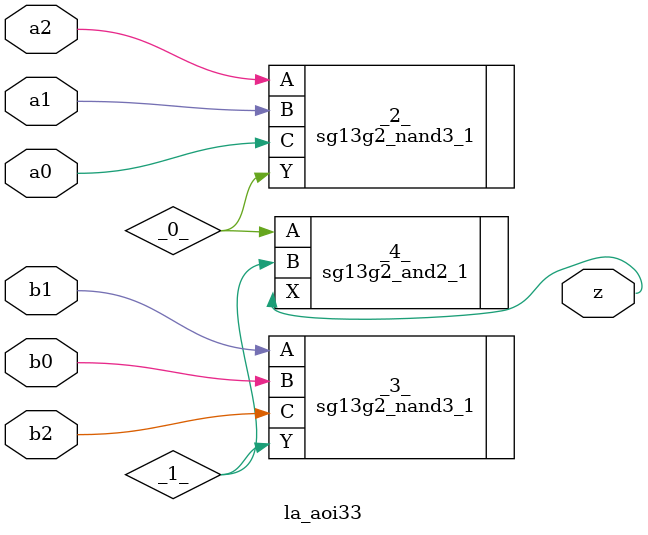
<source format=v>

/* Generated by Yosys 0.44 (git sha1 80ba43d26, g++ 11.4.0-1ubuntu1~22.04 -fPIC -O3) */

(* top =  1  *)
(* src = "inputs/la_aoi33.v:10.1-24.10" *)
module la_aoi33 (
    a0,
    a1,
    a2,
    b0,
    b1,
    b2,
    z
);
  wire _0_;
  wire _1_;
  (* src = "inputs/la_aoi33.v:13.12-13.14" *)
  input a0;
  wire a0;
  (* src = "inputs/la_aoi33.v:14.12-14.14" *)
  input a1;
  wire a1;
  (* src = "inputs/la_aoi33.v:15.12-15.14" *)
  input a2;
  wire a2;
  (* src = "inputs/la_aoi33.v:16.12-16.14" *)
  input b0;
  wire b0;
  (* src = "inputs/la_aoi33.v:17.12-17.14" *)
  input b1;
  wire b1;
  (* src = "inputs/la_aoi33.v:18.12-18.14" *)
  input b2;
  wire b2;
  (* src = "inputs/la_aoi33.v:19.12-19.13" *)
  output z;
  wire z;
  sg13g2_nand3_1 _2_ (
      .A(a2),
      .B(a1),
      .C(a0),
      .Y(_0_)
  );
  sg13g2_nand3_1 _3_ (
      .A(b1),
      .B(b0),
      .C(b2),
      .Y(_1_)
  );
  sg13g2_and2_1 _4_ (
      .A(_0_),
      .B(_1_),
      .X(z)
  );
endmodule

</source>
